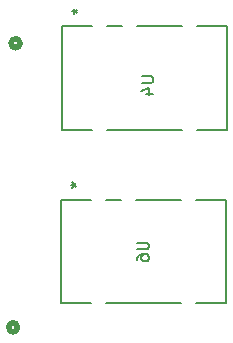
<source format=gbo>
G04 #@! TF.GenerationSoftware,KiCad,Pcbnew,8.0.1*
G04 #@! TF.CreationDate,2024-04-17T20:24:04+03:00*
G04 #@! TF.ProjectId,Daughterboard,44617567-6874-4657-9262-6f6172642e6b,rev?*
G04 #@! TF.SameCoordinates,Original*
G04 #@! TF.FileFunction,Legend,Bot*
G04 #@! TF.FilePolarity,Positive*
%FSLAX46Y46*%
G04 Gerber Fmt 4.6, Leading zero omitted, Abs format (unit mm)*
G04 Created by KiCad (PCBNEW 8.0.1) date 2024-04-17 20:24:04*
%MOMM*%
%LPD*%
G01*
G04 APERTURE LIST*
G04 Aperture macros list*
%AMOutline5P*
0 Free polygon, 5 corners , with rotation*
0 The origin of the aperture is its center*
0 number of corners: always 5*
0 $1 to $10 corner X, Y*
0 $11 Rotation angle, in degrees counterclockwise*
0 create outline with 5 corners*
4,1,5,$1,$2,$3,$4,$5,$6,$7,$8,$9,$10,$1,$2,$11*%
%AMOutline6P*
0 Free polygon, 6 corners , with rotation*
0 The origin of the aperture is its center*
0 number of corners: always 6*
0 $1 to $12 corner X, Y*
0 $13 Rotation angle, in degrees counterclockwise*
0 create outline with 6 corners*
4,1,6,$1,$2,$3,$4,$5,$6,$7,$8,$9,$10,$11,$12,$1,$2,$13*%
%AMOutline7P*
0 Free polygon, 7 corners , with rotation*
0 The origin of the aperture is its center*
0 number of corners: always 7*
0 $1 to $14 corner X, Y*
0 $15 Rotation angle, in degrees counterclockwise*
0 create outline with 7 corners*
4,1,7,$1,$2,$3,$4,$5,$6,$7,$8,$9,$10,$11,$12,$13,$14,$1,$2,$15*%
%AMOutline8P*
0 Free polygon, 8 corners , with rotation*
0 The origin of the aperture is its center*
0 number of corners: always 8*
0 $1 to $16 corner X, Y*
0 $17 Rotation angle, in degrees counterclockwise*
0 create outline with 8 corners*
4,1,8,$1,$2,$3,$4,$5,$6,$7,$8,$9,$10,$11,$12,$13,$14,$15,$16,$1,$2,$17*%
G04 Aperture macros list end*
%ADD10C,0.150000*%
%ADD11C,0.508000*%
%ADD12C,0.152400*%
%ADD13C,1.000000*%
%ADD14C,1.400000*%
%ADD15C,1.397000*%
%ADD16Outline6P,-2.100000X1.470000X-1.470000X2.100000X1.470000X2.100000X2.100000X1.470000X2.100000X-2.100000X-2.100000X-2.100000X0.000000*%
%ADD17R,0.660400X1.651000*%
G04 APERTURE END LIST*
D10*
X107014819Y-101822895D02*
X107824342Y-101822895D01*
X107824342Y-101822895D02*
X107919580Y-101870514D01*
X107919580Y-101870514D02*
X107967200Y-101918133D01*
X107967200Y-101918133D02*
X108014819Y-102013371D01*
X108014819Y-102013371D02*
X108014819Y-102203847D01*
X108014819Y-102203847D02*
X107967200Y-102299085D01*
X107967200Y-102299085D02*
X107919580Y-102346704D01*
X107919580Y-102346704D02*
X107824342Y-102394323D01*
X107824342Y-102394323D02*
X107014819Y-102394323D01*
X107348152Y-103299085D02*
X108014819Y-103299085D01*
X106967200Y-103060990D02*
X107681485Y-102822895D01*
X107681485Y-102822895D02*
X107681485Y-103441942D01*
X101111419Y-96346000D02*
X101349514Y-96346000D01*
X101254276Y-96107905D02*
X101349514Y-96346000D01*
X101349514Y-96346000D02*
X101254276Y-96584095D01*
X101539990Y-96203143D02*
X101349514Y-96346000D01*
X101349514Y-96346000D02*
X101539990Y-96488857D01*
X101111419Y-96346000D02*
X101349514Y-96346000D01*
X101254276Y-96107905D02*
X101349514Y-96346000D01*
X101349514Y-96346000D02*
X101254276Y-96584095D01*
X101539990Y-96203143D02*
X101349514Y-96346000D01*
X101349514Y-96346000D02*
X101539990Y-96488857D01*
X106624819Y-115922895D02*
X107434342Y-115922895D01*
X107434342Y-115922895D02*
X107529580Y-115970514D01*
X107529580Y-115970514D02*
X107577200Y-116018133D01*
X107577200Y-116018133D02*
X107624819Y-116113371D01*
X107624819Y-116113371D02*
X107624819Y-116303847D01*
X107624819Y-116303847D02*
X107577200Y-116399085D01*
X107577200Y-116399085D02*
X107529580Y-116446704D01*
X107529580Y-116446704D02*
X107434342Y-116494323D01*
X107434342Y-116494323D02*
X106624819Y-116494323D01*
X106624819Y-117399085D02*
X106624819Y-117208609D01*
X106624819Y-117208609D02*
X106672438Y-117113371D01*
X106672438Y-117113371D02*
X106720057Y-117065752D01*
X106720057Y-117065752D02*
X106862914Y-116970514D01*
X106862914Y-116970514D02*
X107053390Y-116922895D01*
X107053390Y-116922895D02*
X107434342Y-116922895D01*
X107434342Y-116922895D02*
X107529580Y-116970514D01*
X107529580Y-116970514D02*
X107577200Y-117018133D01*
X107577200Y-117018133D02*
X107624819Y-117113371D01*
X107624819Y-117113371D02*
X107624819Y-117303847D01*
X107624819Y-117303847D02*
X107577200Y-117399085D01*
X107577200Y-117399085D02*
X107529580Y-117446704D01*
X107529580Y-117446704D02*
X107434342Y-117494323D01*
X107434342Y-117494323D02*
X107196247Y-117494323D01*
X107196247Y-117494323D02*
X107101009Y-117446704D01*
X107101009Y-117446704D02*
X107053390Y-117399085D01*
X107053390Y-117399085D02*
X107005771Y-117303847D01*
X107005771Y-117303847D02*
X107005771Y-117113371D01*
X107005771Y-117113371D02*
X107053390Y-117018133D01*
X107053390Y-117018133D02*
X107101009Y-116970514D01*
X107101009Y-116970514D02*
X107196247Y-116922895D01*
X101011419Y-111046000D02*
X101249514Y-111046000D01*
X101154276Y-110807905D02*
X101249514Y-111046000D01*
X101249514Y-111046000D02*
X101154276Y-111284095D01*
X101439990Y-110903143D02*
X101249514Y-111046000D01*
X101249514Y-111046000D02*
X101439990Y-111188857D01*
X101011419Y-111046000D02*
X101249514Y-111046000D01*
X101154276Y-110807905D02*
X101249514Y-111046000D01*
X101249514Y-111046000D02*
X101154276Y-111284095D01*
X101439990Y-110903143D02*
X101249514Y-111046000D01*
X101249514Y-111046000D02*
X101439990Y-111188857D01*
D11*
X96721000Y-99045000D02*
G75*
G02*
X95959000Y-99045000I-381000J0D01*
G01*
X95959000Y-99045000D02*
G75*
G02*
X96721000Y-99045000I381000J0D01*
G01*
X96513100Y-123094700D02*
G75*
G02*
X95751100Y-123094700I-381000J0D01*
G01*
X95751100Y-123094700D02*
G75*
G02*
X96513100Y-123094700I381000J0D01*
G01*
D12*
X100285000Y-97603300D02*
X100285000Y-106366300D01*
X100285000Y-106366300D02*
X102848547Y-106366300D01*
X102848547Y-97603300D02*
X100285000Y-97603300D01*
X104071453Y-106366300D02*
X110468547Y-106366300D01*
X105388547Y-97603300D02*
X104071453Y-97603300D01*
X110468547Y-97603300D02*
X106611453Y-97603300D01*
X111691453Y-106366300D02*
X114255000Y-106366300D01*
X114255000Y-97603300D02*
X111691453Y-97603300D01*
X114255000Y-106366300D02*
X114255000Y-97603300D01*
X100185000Y-112303300D02*
X100185000Y-121066300D01*
X100185000Y-121066300D02*
X102748547Y-121066300D01*
X102748547Y-112303300D02*
X100185000Y-112303300D01*
X103971453Y-121066300D02*
X110368547Y-121066300D01*
X105288547Y-112303300D02*
X103971453Y-112303300D01*
X110368547Y-112303300D02*
X106511453Y-112303300D01*
X111591453Y-121066300D02*
X114155000Y-121066300D01*
X114155000Y-112303300D02*
X111591453Y-112303300D01*
X114155000Y-121066300D02*
X114155000Y-112303300D01*
%LPC*%
D13*
X105800000Y-92500000D03*
X163400000Y-98200000D03*
X111800000Y-90400000D03*
D14*
X103000000Y-90600000D03*
X100460000Y-90600000D03*
D13*
X105800000Y-90400000D03*
X163400000Y-90600000D03*
D15*
X96340000Y-97140000D03*
X96340000Y-94600000D03*
X93800000Y-97140000D03*
X93800000Y-94600000D03*
X91260000Y-97140000D03*
X91260000Y-94600000D03*
D13*
X111800000Y-92500000D03*
X163400000Y-94600000D03*
D15*
X96132100Y-121189700D03*
X96132100Y-118649700D03*
X93592100Y-121189700D03*
X93592100Y-118649700D03*
X91052100Y-121189700D03*
X91052100Y-118649700D03*
D16*
X147052100Y-125349700D03*
X154052100Y-125349700D03*
X161052100Y-125349700D03*
D14*
X114350000Y-90600000D03*
X116890000Y-90600000D03*
D17*
X103460000Y-96600000D03*
X106000000Y-96600000D03*
X111080000Y-96600000D03*
X111080000Y-107369600D03*
X103460000Y-107369600D03*
X103360000Y-111300000D03*
X105900000Y-111300000D03*
X110980000Y-111300000D03*
X110980000Y-122069600D03*
X103360000Y-122069600D03*
%LPD*%
M02*

</source>
